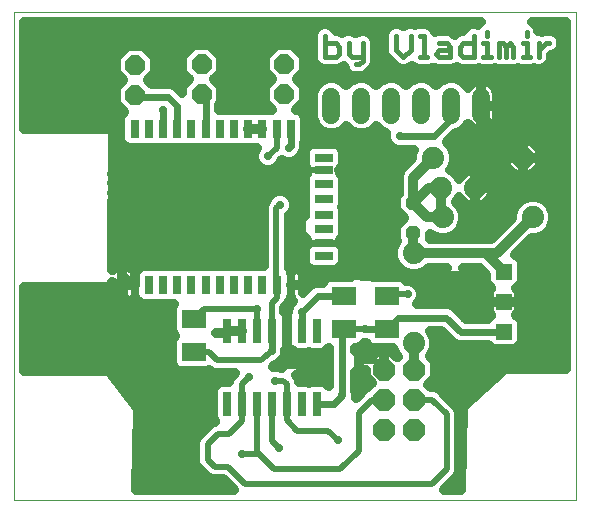
<source format=gtl>
G75*
%MOIN*%
%OFA0B0*%
%FSLAX25Y25*%
%IPPOS*%
%LPD*%
%AMOC8*
5,1,8,0,0,1.08239X$1,22.5*
%
%ADD10C,0.00000*%
%ADD11C,0.01500*%
%ADD12C,0.07400*%
%ADD13OC8,0.07400*%
%ADD14R,0.02600X0.08000*%
%ADD15OC8,0.06600*%
%ADD16C,0.06000*%
%ADD17OC8,0.04800*%
%ADD18R,0.07874X0.06299*%
%ADD19R,0.03150X0.06299*%
%ADD20R,0.06299X0.03150*%
%ADD21R,0.05315X0.05315*%
%ADD22C,0.02400*%
%ADD23C,0.02756*%
%ADD24C,0.03200*%
%ADD25C,0.02000*%
D10*
X0002862Y0003087D02*
X0002784Y0165548D01*
X0190038Y0165548D01*
X0190117Y0003087D01*
X0002862Y0003087D01*
D11*
X0116726Y0148199D02*
X0117911Y0148199D01*
X0119095Y0149384D01*
X0119095Y0155305D01*
X0114358Y0155305D02*
X0114358Y0151752D01*
X0115542Y0150568D01*
X0119095Y0150568D01*
X0111176Y0151752D02*
X0109992Y0150568D01*
X0106439Y0150568D01*
X0106439Y0157674D01*
X0106439Y0155305D02*
X0109992Y0155305D01*
X0111176Y0154121D01*
X0111176Y0151752D01*
X0130195Y0152937D02*
X0132564Y0150568D01*
X0134933Y0152937D01*
X0134933Y0157674D01*
X0138114Y0157674D02*
X0139298Y0157674D01*
X0139298Y0150568D01*
X0138114Y0150568D02*
X0140483Y0150568D01*
X0143393Y0151752D02*
X0144577Y0152937D01*
X0148130Y0152937D01*
X0148130Y0154121D02*
X0148130Y0150568D01*
X0144577Y0150568D01*
X0143393Y0151752D01*
X0144577Y0155305D02*
X0146946Y0155305D01*
X0148130Y0154121D01*
X0151312Y0154121D02*
X0151312Y0151752D01*
X0152496Y0150568D01*
X0156049Y0150568D01*
X0156049Y0157674D01*
X0156049Y0155305D02*
X0152496Y0155305D01*
X0151312Y0154121D01*
X0159231Y0155305D02*
X0160415Y0155305D01*
X0160415Y0150568D01*
X0159231Y0150568D02*
X0161599Y0150568D01*
X0164510Y0150568D02*
X0164510Y0155305D01*
X0165694Y0155305D01*
X0166878Y0154121D01*
X0168063Y0155305D01*
X0169247Y0154121D01*
X0169247Y0150568D01*
X0166878Y0150568D02*
X0166878Y0154121D01*
X0172429Y0155305D02*
X0173613Y0155305D01*
X0173613Y0150568D01*
X0172429Y0150568D02*
X0174797Y0150568D01*
X0177708Y0150568D02*
X0177708Y0155305D01*
X0177708Y0152937D02*
X0180076Y0155305D01*
X0181261Y0155305D01*
X0173613Y0157674D02*
X0173613Y0158858D01*
X0160415Y0158858D02*
X0160415Y0157674D01*
X0130195Y0157674D02*
X0130195Y0152937D01*
D12*
X0142447Y0117077D03*
X0144974Y0107011D03*
X0145694Y0097270D03*
X0156374Y0107011D03*
X0172447Y0117077D03*
X0175694Y0097270D03*
X0136027Y0085225D03*
X0136027Y0055225D03*
D13*
X0136160Y0046391D03*
X0126160Y0046391D03*
X0126160Y0036391D03*
X0126160Y0026391D03*
X0136160Y0026391D03*
X0136160Y0036391D03*
D14*
X0103724Y0035179D03*
X0098724Y0035179D03*
X0093724Y0035179D03*
X0088724Y0035179D03*
X0083724Y0035179D03*
X0078724Y0035179D03*
X0073724Y0035179D03*
X0073724Y0059379D03*
X0078724Y0059379D03*
X0083724Y0059379D03*
X0088724Y0059379D03*
X0093724Y0059379D03*
X0098724Y0059379D03*
X0103724Y0059379D03*
D15*
X0092860Y0138249D03*
X0092860Y0148249D03*
X0065373Y0148201D03*
X0065373Y0138201D03*
X0043164Y0137965D03*
X0043164Y0147965D03*
D16*
X0108530Y0137442D02*
X0108530Y0131442D01*
X0118530Y0131442D02*
X0118530Y0137442D01*
X0128530Y0137442D02*
X0128530Y0131442D01*
X0138530Y0131442D02*
X0138530Y0137442D01*
X0148530Y0137442D02*
X0148530Y0131442D01*
X0158530Y0131442D02*
X0158530Y0137442D01*
D17*
X0135832Y0101902D03*
X0135832Y0091902D03*
D18*
X0126990Y0071057D03*
X0126990Y0060034D03*
X0112638Y0060063D03*
X0112638Y0071087D03*
X0062663Y0063338D03*
X0062663Y0052315D03*
D19*
X0061926Y0074754D03*
X0066650Y0074754D03*
X0071374Y0074754D03*
X0076099Y0074754D03*
X0080823Y0074754D03*
X0085548Y0074754D03*
X0090272Y0074754D03*
X0094996Y0074754D03*
X0057201Y0074754D03*
X0052477Y0074754D03*
X0047752Y0074754D03*
X0043028Y0074754D03*
X0043028Y0126723D03*
X0047752Y0126723D03*
X0052477Y0126723D03*
X0057201Y0126723D03*
X0061926Y0126723D03*
X0066650Y0126723D03*
X0071374Y0126723D03*
X0076099Y0126723D03*
X0080823Y0126723D03*
X0085548Y0126723D03*
X0090272Y0126723D03*
X0094996Y0126723D03*
D20*
X0106020Y0116968D03*
X0106020Y0112943D03*
X0106020Y0108219D03*
X0106020Y0103494D03*
X0106020Y0097983D03*
X0106020Y0093258D03*
X0106020Y0088534D03*
X0106020Y0084509D03*
D21*
X0166076Y0079091D03*
X0166076Y0069091D03*
X0166076Y0059091D03*
D22*
X0151608Y0059091D01*
X0146860Y0063839D01*
X0130795Y0063839D01*
X0126990Y0060034D01*
X0119836Y0060034D01*
X0112668Y0060034D02*
X0112638Y0060063D01*
X0112099Y0060096D02*
X0112099Y0037884D01*
X0109394Y0035179D01*
X0103724Y0035179D01*
X0088656Y0052614D02*
X0088693Y0059348D01*
X0088724Y0059379D01*
X0093724Y0059379D02*
X0093724Y0067402D01*
X0095023Y0068701D01*
X0095023Y0074727D01*
X0094996Y0074754D01*
X0094996Y0082029D01*
X0101752Y0088784D01*
X0105770Y0088784D01*
X0105800Y0088782D01*
X0105830Y0088777D01*
X0105859Y0088768D01*
X0105886Y0088755D01*
X0105912Y0088740D01*
X0105936Y0088721D01*
X0105957Y0088700D01*
X0105976Y0088676D01*
X0105991Y0088650D01*
X0106004Y0088623D01*
X0106013Y0088594D01*
X0106018Y0088564D01*
X0106020Y0088534D01*
X0113991Y0088534D01*
X0118705Y0083820D01*
X0118720Y0078151D01*
X0112638Y0071087D02*
X0104172Y0071109D01*
X0098740Y0065677D01*
X0098740Y0059395D01*
X0098724Y0059379D01*
X0083779Y0059434D02*
X0083724Y0059379D01*
X0083724Y0035179D02*
X0083656Y0035111D01*
X0094393Y0120261D02*
X0094996Y0120864D01*
X0094996Y0126723D01*
X0090309Y0126723D02*
X0090272Y0126723D01*
X0066650Y0126723D02*
X0066650Y0135055D01*
X0066650Y0136924D01*
X0065373Y0138201D01*
X0057201Y0134263D02*
X0054247Y0137217D01*
X0047552Y0137217D01*
X0043912Y0137217D01*
X0043164Y0137965D01*
X0045717Y0137217D02*
X0047552Y0137217D01*
X0052477Y0131950D02*
X0052477Y0126723D01*
X0057201Y0126723D02*
X0057201Y0134263D01*
X0131288Y0124210D02*
X0142770Y0124210D01*
X0148530Y0129970D01*
X0148530Y0134442D01*
D23*
X0131288Y0124210D03*
X0098337Y0094215D03*
X0091423Y0101433D03*
X0087455Y0117551D03*
X0094393Y0120261D03*
X0074390Y0115493D03*
X0052379Y0132987D03*
X0022243Y0148323D03*
X0068401Y0089476D03*
X0083779Y0066814D03*
X0070220Y0058821D03*
X0080971Y0043994D03*
X0089693Y0042815D03*
X0095702Y0048246D03*
X0088656Y0052614D03*
X0098740Y0065677D03*
X0118720Y0078151D03*
X0133999Y0071578D03*
X0119836Y0060034D03*
X0117835Y0049248D03*
X0112099Y0037884D03*
X0110699Y0023003D03*
X0091035Y0020248D03*
X0078754Y0018368D03*
X0063214Y0035312D03*
X0038784Y0077635D03*
X0149896Y0077798D03*
X0151126Y0039881D03*
D24*
X0151126Y0039881D01*
X0151126Y0043646D01*
X0151497Y0043646D01*
X0152224Y0043501D01*
X0152909Y0043218D01*
X0153526Y0042805D01*
X0154051Y0042281D01*
X0154463Y0041664D01*
X0154746Y0040979D01*
X0154891Y0040252D01*
X0154891Y0039881D01*
X0151126Y0039881D01*
X0151126Y0039881D01*
X0151126Y0043646D01*
X0150755Y0043646D01*
X0150028Y0043501D01*
X0149342Y0043218D01*
X0148726Y0042805D01*
X0148201Y0042281D01*
X0147789Y0041664D01*
X0147505Y0040979D01*
X0147360Y0040252D01*
X0147360Y0039881D01*
X0151126Y0039881D01*
X0154891Y0039881D01*
X0154891Y0039510D01*
X0154746Y0038782D01*
X0154463Y0038097D01*
X0154051Y0037480D01*
X0153526Y0036956D01*
X0152909Y0036544D01*
X0152224Y0036260D01*
X0151497Y0036115D01*
X0151126Y0036115D01*
X0151126Y0039881D01*
X0151126Y0039881D01*
X0151126Y0039881D01*
X0147360Y0039881D01*
X0147360Y0039510D01*
X0147505Y0038782D01*
X0147789Y0038097D01*
X0148201Y0037480D01*
X0148726Y0036956D01*
X0149342Y0036544D01*
X0150028Y0036260D01*
X0150755Y0036115D01*
X0151126Y0036115D01*
X0151126Y0039881D01*
X0151126Y0041412D02*
X0151126Y0041412D01*
X0151126Y0038214D02*
X0151126Y0038214D01*
X0154511Y0038214D02*
X0157048Y0038214D01*
X0154567Y0041412D02*
X0160569Y0041412D01*
X0164090Y0044611D02*
X0143060Y0044611D01*
X0143060Y0043533D02*
X0143060Y0049249D01*
X0141434Y0050875D01*
X0141876Y0051317D01*
X0142927Y0053853D01*
X0142927Y0056598D01*
X0141876Y0059134D01*
X0141571Y0059439D01*
X0145038Y0059439D01*
X0147878Y0056599D01*
X0149115Y0055361D01*
X0150733Y0054691D01*
X0160676Y0054691D01*
X0160705Y0054621D01*
X0161606Y0053721D01*
X0162782Y0053234D01*
X0169370Y0053234D01*
X0170546Y0053721D01*
X0171446Y0054621D01*
X0171933Y0055797D01*
X0171933Y0062385D01*
X0171446Y0063562D01*
X0170546Y0064462D01*
X0170257Y0064581D01*
X0170588Y0064912D01*
X0170849Y0065303D01*
X0171029Y0065738D01*
X0171121Y0066199D01*
X0171121Y0069091D01*
X0166076Y0069091D01*
X0166076Y0069092D01*
X0171121Y0069092D01*
X0171121Y0071984D01*
X0171029Y0072445D01*
X0170849Y0072880D01*
X0170588Y0073271D01*
X0170257Y0073601D01*
X0170546Y0073721D01*
X0171446Y0074621D01*
X0171933Y0075797D01*
X0171933Y0082385D01*
X0171446Y0083562D01*
X0170546Y0084462D01*
X0169929Y0084717D01*
X0175582Y0090370D01*
X0177066Y0090370D01*
X0179602Y0091420D01*
X0181543Y0093361D01*
X0182594Y0095897D01*
X0182594Y0098642D01*
X0181543Y0101178D01*
X0179602Y0103119D01*
X0177066Y0104170D01*
X0174321Y0104170D01*
X0171785Y0103119D01*
X0169844Y0101178D01*
X0168794Y0098642D01*
X0168794Y0097158D01*
X0161661Y0090025D01*
X0141432Y0090025D01*
X0141432Y0091773D01*
X0141785Y0091420D01*
X0144321Y0090370D01*
X0147066Y0090370D01*
X0149602Y0091420D01*
X0151543Y0093361D01*
X0152594Y0095897D01*
X0152594Y0098642D01*
X0151543Y0101178D01*
X0150222Y0102500D01*
X0150824Y0103102D01*
X0151142Y0103871D01*
X0151168Y0103820D01*
X0151731Y0103045D01*
X0152409Y0102367D01*
X0153184Y0101804D01*
X0154038Y0101369D01*
X0154949Y0101073D01*
X0155895Y0100923D01*
X0156374Y0100923D01*
X0156374Y0107010D01*
X0156374Y0107010D01*
X0156374Y0100923D01*
X0156853Y0100923D01*
X0157800Y0101073D01*
X0158711Y0101369D01*
X0159565Y0101804D01*
X0160340Y0102367D01*
X0161018Y0103045D01*
X0161581Y0103820D01*
X0162016Y0104674D01*
X0162312Y0105585D01*
X0162462Y0106531D01*
X0162462Y0107011D01*
X0162462Y0107490D01*
X0162312Y0108436D01*
X0162016Y0109347D01*
X0161581Y0110201D01*
X0161018Y0110976D01*
X0160340Y0111654D01*
X0159565Y0112217D01*
X0158711Y0112652D01*
X0157800Y0112948D01*
X0156853Y0113098D01*
X0156374Y0113098D01*
X0155895Y0113098D01*
X0154949Y0112948D01*
X0154038Y0112652D01*
X0153184Y0112217D01*
X0152409Y0111654D01*
X0151731Y0110976D01*
X0151168Y0110201D01*
X0151142Y0110151D01*
X0150824Y0110919D01*
X0148883Y0112860D01*
X0148250Y0113122D01*
X0148296Y0113168D01*
X0149347Y0115704D01*
X0149347Y0118449D01*
X0148296Y0120985D01*
X0147032Y0122250D01*
X0150210Y0125428D01*
X0152042Y0126186D01*
X0153786Y0127930D01*
X0154017Y0128488D01*
X0154420Y0127933D01*
X0155020Y0127333D01*
X0155706Y0126835D01*
X0156462Y0126450D01*
X0157268Y0126188D01*
X0158106Y0126055D01*
X0158530Y0126055D01*
X0158954Y0126055D01*
X0159791Y0126188D01*
X0160598Y0126450D01*
X0161353Y0126835D01*
X0162039Y0127333D01*
X0162639Y0127933D01*
X0163137Y0128619D01*
X0163522Y0129374D01*
X0163784Y0130181D01*
X0163917Y0131018D01*
X0163917Y0134442D01*
X0158530Y0134442D01*
X0158530Y0126055D01*
X0158530Y0134442D01*
X0158530Y0134442D01*
X0158530Y0134442D01*
X0163917Y0134442D01*
X0163917Y0137866D01*
X0163784Y0138704D01*
X0163522Y0139510D01*
X0163137Y0140266D01*
X0162639Y0140952D01*
X0162039Y0141552D01*
X0161353Y0142050D01*
X0160598Y0142435D01*
X0159791Y0142697D01*
X0158954Y0142830D01*
X0158530Y0142830D01*
X0158530Y0134443D01*
X0158530Y0134443D01*
X0158530Y0142830D01*
X0158106Y0142830D01*
X0157268Y0142697D01*
X0156462Y0142435D01*
X0155706Y0142050D01*
X0155020Y0141552D01*
X0154420Y0140952D01*
X0154017Y0140397D01*
X0153786Y0140954D01*
X0152042Y0142699D01*
X0149763Y0143642D01*
X0147296Y0143642D01*
X0145018Y0142699D01*
X0143530Y0141211D01*
X0142042Y0142699D01*
X0139763Y0143642D01*
X0137296Y0143642D01*
X0135018Y0142699D01*
X0133530Y0141211D01*
X0132042Y0142699D01*
X0129763Y0143642D01*
X0127296Y0143642D01*
X0125018Y0142699D01*
X0123530Y0141211D01*
X0122042Y0142699D01*
X0119763Y0143642D01*
X0117296Y0143642D01*
X0115018Y0142699D01*
X0113530Y0141211D01*
X0112042Y0142699D01*
X0109763Y0143642D01*
X0107296Y0143642D01*
X0105018Y0142699D01*
X0103274Y0140954D01*
X0102330Y0138676D01*
X0102330Y0130209D01*
X0103274Y0127930D01*
X0105018Y0126186D01*
X0107296Y0125242D01*
X0109763Y0125242D01*
X0112042Y0126186D01*
X0113530Y0127674D01*
X0115018Y0126186D01*
X0117296Y0125242D01*
X0119763Y0125242D01*
X0122042Y0126186D01*
X0123530Y0127674D01*
X0125018Y0126186D01*
X0126838Y0125432D01*
X0126710Y0125121D01*
X0126710Y0123300D01*
X0127407Y0121617D01*
X0128694Y0120329D01*
X0130377Y0119632D01*
X0132198Y0119632D01*
X0132628Y0119810D01*
X0136111Y0119810D01*
X0135547Y0118449D01*
X0135547Y0116965D01*
X0131763Y0113181D01*
X0131032Y0111417D01*
X0131032Y0105021D01*
X0130232Y0104221D01*
X0130232Y0099582D01*
X0132913Y0096902D01*
X0130232Y0094221D01*
X0130232Y0089582D01*
X0130429Y0089386D01*
X0130177Y0089134D01*
X0129127Y0086598D01*
X0129127Y0083853D01*
X0130177Y0081317D01*
X0132118Y0079376D01*
X0134654Y0078325D01*
X0137399Y0078325D01*
X0139935Y0079376D01*
X0140985Y0080425D01*
X0147198Y0080425D01*
X0146971Y0080198D01*
X0146559Y0079582D01*
X0146276Y0078896D01*
X0146131Y0078169D01*
X0146131Y0077798D01*
X0146131Y0077427D01*
X0146276Y0076700D01*
X0146559Y0076015D01*
X0146971Y0075398D01*
X0147496Y0074873D01*
X0148113Y0074461D01*
X0148798Y0074177D01*
X0149525Y0074033D01*
X0149896Y0074033D01*
X0149896Y0077798D01*
X0146131Y0077798D01*
X0149896Y0077798D01*
X0149896Y0077798D01*
X0149896Y0077798D01*
X0119073Y0077798D01*
X0119073Y0077799D02*
X0119036Y0077801D01*
X0119000Y0077807D01*
X0118964Y0077816D01*
X0118930Y0077829D01*
X0118897Y0077846D01*
X0118866Y0077866D01*
X0118837Y0077889D01*
X0118811Y0077915D01*
X0118788Y0077944D01*
X0118768Y0077975D01*
X0118751Y0078008D01*
X0118738Y0078042D01*
X0118729Y0078078D01*
X0118723Y0078114D01*
X0118721Y0078151D01*
X0118720Y0078151D02*
X0122485Y0078151D01*
X0122485Y0078521D01*
X0122341Y0079249D01*
X0122057Y0079934D01*
X0121645Y0080551D01*
X0121120Y0081075D01*
X0120504Y0081487D01*
X0119818Y0081771D01*
X0119091Y0081916D01*
X0118720Y0081916D01*
X0118349Y0081916D01*
X0117622Y0081771D01*
X0116936Y0081487D01*
X0116320Y0081075D01*
X0115795Y0080551D01*
X0115383Y0079934D01*
X0115099Y0079249D01*
X0114955Y0078521D01*
X0114955Y0078151D01*
X0118720Y0078151D01*
X0118720Y0081916D01*
X0118720Y0078151D01*
X0118720Y0078151D01*
X0118720Y0078150D01*
X0114955Y0078150D01*
X0114955Y0077780D01*
X0115023Y0077437D01*
X0108065Y0077437D01*
X0106888Y0076949D01*
X0105988Y0076049D01*
X0105763Y0075505D01*
X0105053Y0075507D01*
X0105047Y0075509D01*
X0104179Y0075509D01*
X0103308Y0075511D01*
X0103303Y0075509D01*
X0103297Y0075509D01*
X0102495Y0075177D01*
X0101689Y0074846D01*
X0101685Y0074841D01*
X0101680Y0074839D01*
X0101064Y0074224D01*
X0100448Y0073611D01*
X0100446Y0073606D01*
X0098959Y0072118D01*
X0098959Y0074754D01*
X0095047Y0074754D01*
X0095047Y0074754D01*
X0098959Y0074754D01*
X0098959Y0078139D01*
X0098867Y0078600D01*
X0098687Y0079035D01*
X0098426Y0079426D01*
X0098093Y0079758D01*
X0097702Y0080020D01*
X0097268Y0080200D01*
X0096806Y0080291D01*
X0094997Y0080291D01*
X0094997Y0078662D01*
X0094996Y0078662D01*
X0094996Y0080291D01*
X0094422Y0080291D01*
X0094422Y0097958D01*
X0095304Y0098840D01*
X0096001Y0100522D01*
X0096001Y0102343D01*
X0095304Y0104026D01*
X0094017Y0105314D01*
X0092334Y0106011D01*
X0090513Y0106011D01*
X0088830Y0105314D01*
X0087542Y0104026D01*
X0087165Y0103114D01*
X0086662Y0102611D01*
X0086022Y0101067D01*
X0086022Y0081104D01*
X0083336Y0081104D01*
X0083185Y0081041D01*
X0083035Y0081104D01*
X0078612Y0081104D01*
X0078461Y0081041D01*
X0078310Y0081104D01*
X0073888Y0081104D01*
X0073737Y0081041D01*
X0073586Y0081104D01*
X0069163Y0081104D01*
X0069012Y0081041D01*
X0068861Y0081104D01*
X0064439Y0081104D01*
X0064288Y0081041D01*
X0064137Y0081104D01*
X0059714Y0081104D01*
X0059563Y0081041D01*
X0059413Y0081104D01*
X0054990Y0081104D01*
X0054839Y0081041D01*
X0054688Y0081104D01*
X0050265Y0081104D01*
X0050115Y0081041D01*
X0049964Y0081104D01*
X0045541Y0081104D01*
X0044365Y0080617D01*
X0044040Y0080291D01*
X0043028Y0080291D01*
X0043028Y0078662D01*
X0043028Y0080291D01*
X0041453Y0080291D01*
X0041184Y0080560D01*
X0040568Y0080972D01*
X0039883Y0081256D01*
X0039155Y0081401D01*
X0038784Y0081401D01*
X0038413Y0081401D01*
X0037686Y0081256D01*
X0037001Y0080972D01*
X0036384Y0080560D01*
X0035859Y0080035D01*
X0035525Y0079534D01*
X0035628Y0126799D01*
X0006002Y0126839D01*
X0005985Y0162348D01*
X0158518Y0162348D01*
X0158177Y0162207D01*
X0157372Y0161402D01*
X0156835Y0161624D01*
X0155264Y0161624D01*
X0153812Y0161023D01*
X0152701Y0159912D01*
X0152429Y0159255D01*
X0151710Y0159255D01*
X0151126Y0159013D01*
X0150259Y0158654D01*
X0149721Y0158116D01*
X0149184Y0158654D01*
X0147732Y0159255D01*
X0143792Y0159255D01*
X0143047Y0158947D01*
X0142647Y0159912D01*
X0141536Y0161023D01*
X0140084Y0161624D01*
X0137328Y0161624D01*
X0136523Y0161291D01*
X0135718Y0161624D01*
X0134147Y0161624D01*
X0132695Y0161023D01*
X0132564Y0160891D01*
X0132433Y0161023D01*
X0130981Y0161624D01*
X0129409Y0161624D01*
X0127958Y0161023D01*
X0126847Y0159912D01*
X0126245Y0158460D01*
X0126245Y0152151D01*
X0126847Y0150699D01*
X0129215Y0148330D01*
X0130326Y0147219D01*
X0131778Y0146618D01*
X0133350Y0146618D01*
X0134801Y0147219D01*
X0135339Y0147757D01*
X0135876Y0147219D01*
X0137328Y0146618D01*
X0141268Y0146618D01*
X0142530Y0147141D01*
X0143792Y0146618D01*
X0148916Y0146618D01*
X0150313Y0147197D01*
X0151710Y0146618D01*
X0156835Y0146618D01*
X0157640Y0146951D01*
X0158445Y0146618D01*
X0162385Y0146618D01*
X0163055Y0146895D01*
X0163724Y0146618D01*
X0165296Y0146618D01*
X0165694Y0146783D01*
X0166093Y0146618D01*
X0167664Y0146618D01*
X0168063Y0146783D01*
X0168461Y0146618D01*
X0170033Y0146618D01*
X0170838Y0146951D01*
X0171643Y0146618D01*
X0175583Y0146618D01*
X0176252Y0146895D01*
X0176922Y0146618D01*
X0178493Y0146618D01*
X0179945Y0147219D01*
X0181056Y0148330D01*
X0181658Y0149782D01*
X0181658Y0151301D01*
X0181713Y0151355D01*
X0182046Y0151355D01*
X0183498Y0151957D01*
X0184609Y0153068D01*
X0185211Y0154520D01*
X0185211Y0156091D01*
X0184609Y0157543D01*
X0183498Y0158654D01*
X0182046Y0159255D01*
X0179291Y0159255D01*
X0178892Y0159090D01*
X0178493Y0159255D01*
X0177563Y0159255D01*
X0177563Y0159644D01*
X0176962Y0161096D01*
X0175850Y0162207D01*
X0175510Y0162348D01*
X0186840Y0162348D01*
X0186896Y0046638D01*
X0166322Y0046638D01*
X0152302Y0033901D01*
X0151819Y0006287D01*
X0146044Y0006287D01*
X0149395Y0009639D01*
X0150576Y0010820D01*
X0151216Y0012364D01*
X0151216Y0032435D01*
X0150576Y0033979D01*
X0145785Y0038770D01*
X0144604Y0039952D01*
X0143060Y0040591D01*
X0141718Y0040591D01*
X0140918Y0041391D01*
X0143060Y0043533D01*
X0140939Y0041412D02*
X0147685Y0041412D01*
X0147741Y0038214D02*
X0146342Y0038214D01*
X0149540Y0035015D02*
X0153528Y0035015D01*
X0152265Y0031817D02*
X0151216Y0031817D01*
X0151216Y0028618D02*
X0152209Y0028618D01*
X0152153Y0025420D02*
X0151216Y0025420D01*
X0151216Y0022221D02*
X0152097Y0022221D01*
X0152041Y0019023D02*
X0151216Y0019023D01*
X0151216Y0015824D02*
X0151986Y0015824D01*
X0151930Y0012626D02*
X0151216Y0012626D01*
X0151874Y0009427D02*
X0149183Y0009427D01*
X0117827Y0038214D02*
X0116677Y0038214D01*
X0116677Y0038795D02*
X0116677Y0037063D01*
X0118384Y0038770D01*
X0119565Y0039952D01*
X0120244Y0040233D01*
X0121977Y0041966D01*
X0120073Y0043870D01*
X0120073Y0046215D01*
X0119619Y0045911D01*
X0118934Y0045628D01*
X0118206Y0045483D01*
X0117835Y0045483D01*
X0117835Y0049248D01*
X0117835Y0049248D01*
X0117835Y0045483D01*
X0117465Y0045483D01*
X0116737Y0045628D01*
X0116499Y0045726D01*
X0116499Y0039224D01*
X0116677Y0038795D01*
X0116499Y0041412D02*
X0121423Y0041412D01*
X0120073Y0044611D02*
X0116499Y0044611D01*
X0117835Y0047809D02*
X0117835Y0047809D01*
X0117835Y0049248D02*
X0117835Y0053014D01*
X0117465Y0053014D01*
X0116737Y0052869D01*
X0116499Y0052770D01*
X0116499Y0053714D01*
X0117212Y0053714D01*
X0118388Y0054201D01*
X0119288Y0055101D01*
X0119435Y0055456D01*
X0120181Y0055456D01*
X0120340Y0055071D01*
X0121240Y0054171D01*
X0122416Y0053684D01*
X0129196Y0053684D01*
X0130177Y0051317D01*
X0130752Y0050741D01*
X0130586Y0050575D01*
X0128682Y0052479D01*
X0126160Y0052479D01*
X0123639Y0052479D01*
X0121464Y0050304D01*
X0121456Y0050347D01*
X0121172Y0051032D01*
X0120760Y0051648D01*
X0120236Y0052173D01*
X0119619Y0052585D01*
X0118934Y0052869D01*
X0118206Y0053014D01*
X0117835Y0053014D01*
X0117835Y0049248D01*
X0117835Y0049248D01*
X0117835Y0051008D02*
X0117835Y0051008D01*
X0118393Y0054206D02*
X0121205Y0054206D01*
X0121182Y0051008D02*
X0122168Y0051008D01*
X0126160Y0051008D02*
X0126160Y0051008D01*
X0126160Y0052479D02*
X0126160Y0046391D01*
X0126160Y0046391D01*
X0126160Y0052479D01*
X0130153Y0051008D02*
X0130486Y0051008D01*
X0126160Y0047809D02*
X0126160Y0047809D01*
X0136160Y0046391D02*
X0136160Y0055091D01*
X0136027Y0055225D01*
X0141567Y0051008D02*
X0186894Y0051008D01*
X0186892Y0054206D02*
X0171031Y0054206D01*
X0171933Y0057405D02*
X0186891Y0057405D01*
X0186889Y0060603D02*
X0171933Y0060603D01*
X0171206Y0063802D02*
X0186888Y0063802D01*
X0186886Y0067000D02*
X0171121Y0067000D01*
X0171121Y0070199D02*
X0186885Y0070199D01*
X0186883Y0073397D02*
X0170461Y0073397D01*
X0171933Y0076596D02*
X0186882Y0076596D01*
X0186880Y0079794D02*
X0171933Y0079794D01*
X0171682Y0082993D02*
X0186878Y0082993D01*
X0186877Y0086191D02*
X0171403Y0086191D01*
X0174602Y0089390D02*
X0186875Y0089390D01*
X0186874Y0092588D02*
X0180770Y0092588D01*
X0182548Y0095787D02*
X0186872Y0095787D01*
X0186871Y0098985D02*
X0182452Y0098985D01*
X0180538Y0102184D02*
X0186869Y0102184D01*
X0186868Y0105382D02*
X0162246Y0105382D01*
X0162462Y0107011D02*
X0156375Y0107011D01*
X0162462Y0107011D01*
X0162265Y0108581D02*
X0186866Y0108581D01*
X0186864Y0111779D02*
X0175458Y0111779D01*
X0175637Y0111870D02*
X0176412Y0112434D01*
X0177090Y0113111D01*
X0177653Y0113886D01*
X0178088Y0114740D01*
X0178384Y0115651D01*
X0178534Y0116598D01*
X0178534Y0117077D01*
X0178534Y0117556D01*
X0178384Y0118502D01*
X0178088Y0119414D01*
X0177653Y0120267D01*
X0177090Y0121043D01*
X0176412Y0121720D01*
X0175637Y0122283D01*
X0174784Y0122718D01*
X0173872Y0123014D01*
X0172926Y0123164D01*
X0172447Y0123164D01*
X0172447Y0117077D01*
X0178534Y0117077D01*
X0172447Y0117077D01*
X0172447Y0117077D01*
X0172447Y0117077D01*
X0166441Y0117077D01*
X0156374Y0107011D01*
X0156374Y0113098D01*
X0156374Y0107011D01*
X0156374Y0107011D01*
X0156375Y0107011D02*
X0156375Y0107011D01*
X0156374Y0108581D02*
X0156374Y0108581D01*
X0156374Y0105382D02*
X0156374Y0105382D01*
X0156374Y0102184D02*
X0156374Y0102184D01*
X0152661Y0102184D02*
X0150538Y0102184D01*
X0152452Y0098985D02*
X0168936Y0098985D01*
X0167422Y0095787D02*
X0152548Y0095787D01*
X0150770Y0092588D02*
X0164224Y0092588D01*
X0163649Y0085225D02*
X0159942Y0085225D01*
X0166076Y0079091D01*
X0160218Y0078161D02*
X0160218Y0075797D01*
X0160705Y0074621D01*
X0161606Y0073721D01*
X0161895Y0073601D01*
X0161564Y0073271D01*
X0161303Y0072880D01*
X0161123Y0072445D01*
X0161031Y0071984D01*
X0161031Y0069092D01*
X0166076Y0069092D01*
X0166076Y0069091D02*
X0158603Y0069091D01*
X0149896Y0077798D01*
X0149896Y0074033D01*
X0150267Y0074033D01*
X0150995Y0074177D01*
X0151680Y0074461D01*
X0152297Y0074873D01*
X0152821Y0075398D01*
X0153233Y0076015D01*
X0153517Y0076700D01*
X0153662Y0077427D01*
X0153662Y0077798D01*
X0149896Y0077798D01*
X0149896Y0077798D01*
X0153662Y0077798D01*
X0153662Y0078169D01*
X0153517Y0078896D01*
X0153233Y0079582D01*
X0152821Y0080198D01*
X0152594Y0080425D01*
X0157954Y0080425D01*
X0160218Y0078161D01*
X0160218Y0076596D02*
X0153474Y0076596D01*
X0153091Y0079794D02*
X0158585Y0079794D01*
X0159942Y0085225D02*
X0136027Y0085225D01*
X0135832Y0085420D01*
X0135832Y0091902D01*
X0131798Y0095787D02*
X0112370Y0095787D01*
X0112370Y0095771D02*
X0112370Y0100194D01*
X0112144Y0100739D01*
X0112370Y0101283D01*
X0112370Y0105706D01*
X0112307Y0105857D01*
X0112370Y0106008D01*
X0112370Y0110430D01*
X0111883Y0111606D01*
X0111557Y0111932D01*
X0111557Y0112943D01*
X0111246Y0112943D01*
X0111557Y0112943D01*
X0111557Y0113255D01*
X0111883Y0113580D01*
X0112370Y0114756D01*
X0112370Y0119179D01*
X0111883Y0120355D01*
X0110982Y0121255D01*
X0109806Y0121742D01*
X0102234Y0121742D01*
X0101058Y0121255D01*
X0100158Y0120355D01*
X0099671Y0119179D01*
X0099671Y0114756D01*
X0100158Y0113580D01*
X0100483Y0113255D01*
X0100483Y0112943D01*
X0100483Y0111932D01*
X0100158Y0111606D01*
X0099671Y0110430D01*
X0099671Y0106008D01*
X0099733Y0105857D01*
X0099671Y0105706D01*
X0099671Y0101283D01*
X0099896Y0100739D01*
X0099671Y0100194D01*
X0099671Y0097738D01*
X0099435Y0097835D01*
X0098708Y0097980D01*
X0098337Y0097980D01*
X0097966Y0097980D01*
X0097239Y0097835D01*
X0096554Y0097551D01*
X0095937Y0097139D01*
X0095412Y0096615D01*
X0095000Y0095998D01*
X0094716Y0095313D01*
X0094572Y0094585D01*
X0094572Y0094215D01*
X0098337Y0094215D01*
X0098337Y0097980D01*
X0098337Y0094215D01*
X0098337Y0094215D01*
X0098337Y0094215D01*
X0094572Y0094215D01*
X0094572Y0093844D01*
X0094716Y0093116D01*
X0095000Y0092431D01*
X0095412Y0091814D01*
X0095937Y0091290D01*
X0096554Y0090878D01*
X0097239Y0090594D01*
X0097966Y0090449D01*
X0098337Y0090449D01*
X0098337Y0094214D01*
X0098337Y0094214D01*
X0098337Y0090449D01*
X0098708Y0090449D01*
X0099435Y0090594D01*
X0099796Y0090743D01*
X0100158Y0089871D01*
X0100483Y0089545D01*
X0100483Y0088534D01*
X0100795Y0088534D01*
X0100795Y0088534D01*
X0100483Y0088534D01*
X0100483Y0088222D01*
X0100158Y0087897D01*
X0099671Y0086721D01*
X0099671Y0082298D01*
X0100158Y0081122D01*
X0101058Y0080222D01*
X0102234Y0079735D01*
X0109806Y0079735D01*
X0110982Y0080222D01*
X0111883Y0081122D01*
X0112370Y0082298D01*
X0112370Y0086721D01*
X0111883Y0087897D01*
X0111557Y0088222D01*
X0111557Y0088534D01*
X0111557Y0089545D01*
X0111883Y0089871D01*
X0112370Y0091047D01*
X0112370Y0095470D01*
X0112307Y0095620D01*
X0112370Y0095771D01*
X0112370Y0092588D02*
X0130232Y0092588D01*
X0130425Y0089390D02*
X0111557Y0089390D01*
X0111557Y0088534D02*
X0111246Y0088534D01*
X0111246Y0088534D01*
X0111557Y0088534D01*
X0112370Y0086191D02*
X0129127Y0086191D01*
X0129483Y0082993D02*
X0112370Y0082993D01*
X0109950Y0079794D02*
X0115325Y0079794D01*
X0118720Y0079794D02*
X0118720Y0079794D01*
X0118720Y0078151D02*
X0118720Y0078150D01*
X0122485Y0078150D01*
X0122485Y0077780D01*
X0122411Y0077405D01*
X0122416Y0077407D01*
X0131563Y0077407D01*
X0132739Y0076920D01*
X0133503Y0076156D01*
X0134910Y0076156D01*
X0136592Y0075459D01*
X0137880Y0074171D01*
X0138577Y0072488D01*
X0138577Y0070667D01*
X0137880Y0068985D01*
X0137135Y0068239D01*
X0147735Y0068239D01*
X0149353Y0067569D01*
X0153430Y0063491D01*
X0160676Y0063491D01*
X0160705Y0063562D01*
X0161606Y0064462D01*
X0161895Y0064581D01*
X0161564Y0064912D01*
X0161303Y0065303D01*
X0161123Y0065738D01*
X0161031Y0066199D01*
X0161031Y0069091D01*
X0166076Y0069091D01*
X0166076Y0069092D01*
X0161031Y0070199D02*
X0138383Y0070199D01*
X0138201Y0073397D02*
X0161690Y0073397D01*
X0161031Y0067000D02*
X0149922Y0067000D01*
X0153120Y0063802D02*
X0160946Y0063802D01*
X0161121Y0054206D02*
X0142927Y0054206D01*
X0142592Y0057405D02*
X0147072Y0057405D01*
X0143060Y0047809D02*
X0186895Y0047809D01*
X0149896Y0076596D02*
X0149896Y0076596D01*
X0146319Y0076596D02*
X0133063Y0076596D01*
X0131699Y0079794D02*
X0122115Y0079794D01*
X0106535Y0076596D02*
X0098959Y0076596D01*
X0098959Y0073397D02*
X0100238Y0073397D01*
X0094997Y0070847D02*
X0094997Y0069217D01*
X0095806Y0069217D01*
X0094859Y0068270D01*
X0094162Y0066587D01*
X0094162Y0065766D01*
X0093724Y0065766D01*
X0092924Y0065766D01*
X0092924Y0067083D01*
X0093833Y0067991D01*
X0094341Y0069217D01*
X0094996Y0069217D01*
X0094996Y0070846D01*
X0094997Y0070847D01*
X0094996Y0070199D02*
X0094997Y0070199D01*
X0094333Y0067000D02*
X0092924Y0067000D01*
X0093724Y0065766D02*
X0093724Y0059379D01*
X0093724Y0059379D01*
X0093724Y0065766D01*
X0093724Y0063802D02*
X0093724Y0063802D01*
X0093724Y0060603D02*
X0093724Y0060603D01*
X0093724Y0059379D02*
X0093724Y0052992D01*
X0093724Y0059379D01*
X0093724Y0059379D01*
X0093724Y0057405D02*
X0093724Y0057405D01*
X0093724Y0054206D02*
X0093724Y0054206D01*
X0093724Y0052992D02*
X0095259Y0052992D01*
X0095282Y0052996D01*
X0095612Y0052666D01*
X0096788Y0052179D01*
X0100661Y0052179D01*
X0101224Y0052412D01*
X0101788Y0052179D01*
X0105661Y0052179D01*
X0106837Y0052666D01*
X0107699Y0053528D01*
X0107699Y0041030D01*
X0106837Y0041892D01*
X0105661Y0042379D01*
X0101788Y0042379D01*
X0101224Y0042145D01*
X0100661Y0042379D01*
X0097924Y0042379D01*
X0097924Y0042416D01*
X0097285Y0043960D01*
X0096649Y0044596D01*
X0096800Y0044626D01*
X0097485Y0044910D01*
X0098102Y0045322D01*
X0098626Y0045846D01*
X0099038Y0046463D01*
X0099322Y0047148D01*
X0099467Y0047876D01*
X0099467Y0048246D01*
X0095702Y0048246D01*
X0095702Y0048246D01*
X0099467Y0048246D01*
X0099467Y0048617D01*
X0099322Y0049345D01*
X0099038Y0050030D01*
X0098626Y0050647D01*
X0098102Y0051171D01*
X0097485Y0051583D01*
X0096800Y0051867D01*
X0096072Y0052012D01*
X0095702Y0052012D01*
X0095702Y0048247D01*
X0095702Y0048247D01*
X0095702Y0052012D01*
X0095331Y0052012D01*
X0094603Y0051867D01*
X0093918Y0051583D01*
X0093301Y0051171D01*
X0092809Y0050679D01*
X0093234Y0051703D01*
X0093234Y0052992D01*
X0093724Y0052992D01*
X0093138Y0051008D02*
X0092945Y0051008D01*
X0092237Y0049721D02*
X0092081Y0049345D01*
X0091936Y0048617D01*
X0091936Y0048246D01*
X0091936Y0047876D01*
X0092081Y0047148D01*
X0092157Y0046966D01*
X0091635Y0046966D01*
X0090604Y0047393D01*
X0088949Y0047393D01*
X0089876Y0048164D01*
X0091249Y0048733D01*
X0092237Y0049721D01*
X0091936Y0048246D02*
X0095701Y0048246D01*
X0091936Y0048246D01*
X0091949Y0047809D02*
X0089450Y0047809D01*
X0095701Y0048246D02*
X0095701Y0048246D01*
X0095702Y0051008D02*
X0095702Y0051008D01*
X0098265Y0051008D02*
X0107699Y0051008D01*
X0107699Y0047809D02*
X0099454Y0047809D01*
X0096724Y0044611D02*
X0107699Y0044611D01*
X0107699Y0041412D02*
X0107316Y0041412D01*
X0078724Y0059379D02*
X0073724Y0059379D01*
X0073166Y0058821D01*
X0070220Y0058821D01*
X0073948Y0059379D02*
X0077412Y0059379D01*
X0078724Y0059379D01*
X0078724Y0059379D01*
X0073948Y0059379D01*
X0073948Y0059379D01*
X0067892Y0046237D02*
X0067236Y0045965D01*
X0058089Y0045965D01*
X0056913Y0046452D01*
X0056013Y0047353D01*
X0055526Y0048529D01*
X0055526Y0056101D01*
X0056013Y0057277D01*
X0056563Y0057827D01*
X0056013Y0058376D01*
X0055526Y0059552D01*
X0055526Y0067125D01*
X0056013Y0068301D01*
X0056117Y0068405D01*
X0054990Y0068405D01*
X0054839Y0068467D01*
X0054688Y0068405D01*
X0050265Y0068405D01*
X0050115Y0068467D01*
X0049964Y0068405D01*
X0045541Y0068405D01*
X0044365Y0068892D01*
X0044040Y0069217D01*
X0043028Y0069217D01*
X0043028Y0070846D01*
X0043028Y0070847D01*
X0043028Y0069217D01*
X0041218Y0069217D01*
X0040757Y0069309D01*
X0040322Y0069489D01*
X0039931Y0069750D01*
X0039599Y0070083D01*
X0039338Y0070474D01*
X0039158Y0070908D01*
X0039066Y0071370D01*
X0039066Y0073870D01*
X0038784Y0073870D01*
X0038784Y0077635D01*
X0038784Y0077635D01*
X0038784Y0073870D01*
X0038413Y0073870D01*
X0037686Y0074015D01*
X0037001Y0074298D01*
X0036384Y0074710D01*
X0035859Y0075235D01*
X0035516Y0075748D01*
X0035513Y0074090D01*
X0006028Y0074090D01*
X0006042Y0046132D01*
X0034551Y0045923D01*
X0044106Y0033331D01*
X0043422Y0006287D01*
X0076083Y0006287D01*
X0072430Y0009941D01*
X0068802Y0009941D01*
X0067259Y0010580D01*
X0066077Y0011762D01*
X0063899Y0013939D01*
X0063260Y0015483D01*
X0063260Y0022449D01*
X0063899Y0023993D01*
X0065081Y0025174D01*
X0068451Y0028545D01*
X0069923Y0029154D01*
X0069711Y0029366D01*
X0069224Y0030542D01*
X0069224Y0039815D01*
X0069711Y0040992D01*
X0070612Y0041892D01*
X0071788Y0042379D01*
X0074524Y0042379D01*
X0074524Y0042583D01*
X0075164Y0044127D01*
X0076476Y0045439D01*
X0069594Y0045439D01*
X0068050Y0046079D01*
X0067892Y0046237D01*
X0070132Y0041412D02*
X0037974Y0041412D01*
X0040401Y0038214D02*
X0060790Y0038214D01*
X0060813Y0038237D02*
X0060289Y0037712D01*
X0059877Y0037096D01*
X0059593Y0036410D01*
X0059448Y0035683D01*
X0059448Y0035312D01*
X0059448Y0034941D01*
X0059593Y0034214D01*
X0059877Y0033529D01*
X0060289Y0032912D01*
X0060813Y0032387D01*
X0061430Y0031975D01*
X0062115Y0031691D01*
X0062843Y0031547D01*
X0063214Y0031547D01*
X0063585Y0031547D01*
X0064312Y0031691D01*
X0064997Y0031975D01*
X0065614Y0032387D01*
X0066138Y0032912D01*
X0066550Y0033529D01*
X0066834Y0034214D01*
X0066979Y0034941D01*
X0066979Y0035312D01*
X0063214Y0035312D01*
X0063214Y0035312D01*
X0066979Y0035312D01*
X0066979Y0035683D01*
X0066834Y0036410D01*
X0066550Y0037096D01*
X0066138Y0037712D01*
X0065614Y0038237D01*
X0064997Y0038649D01*
X0064312Y0038933D01*
X0063585Y0039077D01*
X0063214Y0039077D01*
X0063214Y0035312D01*
X0063214Y0031547D01*
X0063214Y0035312D01*
X0063214Y0035312D01*
X0063214Y0035312D01*
X0059448Y0035312D01*
X0063214Y0035312D01*
X0063214Y0035312D01*
X0063214Y0039077D01*
X0062843Y0039077D01*
X0062115Y0038933D01*
X0061430Y0038649D01*
X0060813Y0038237D01*
X0063214Y0038214D02*
X0063214Y0038214D01*
X0065637Y0038214D02*
X0069224Y0038214D01*
X0069224Y0035015D02*
X0066979Y0035015D01*
X0069224Y0031817D02*
X0064614Y0031817D01*
X0063214Y0031817D02*
X0063214Y0031817D01*
X0061813Y0031817D02*
X0044067Y0031817D01*
X0042828Y0035015D02*
X0059448Y0035015D01*
X0063214Y0035015D02*
X0063214Y0035015D01*
X0068629Y0028618D02*
X0043987Y0028618D01*
X0043906Y0025420D02*
X0065326Y0025420D01*
X0063260Y0022221D02*
X0043825Y0022221D01*
X0043744Y0019023D02*
X0063260Y0019023D01*
X0063260Y0015824D02*
X0043663Y0015824D01*
X0043583Y0012626D02*
X0065213Y0012626D01*
X0072944Y0009427D02*
X0043502Y0009427D01*
X0035547Y0044611D02*
X0075647Y0044611D01*
X0056141Y0057405D02*
X0006036Y0057405D01*
X0006035Y0060603D02*
X0055526Y0060603D01*
X0055526Y0063802D02*
X0006033Y0063802D01*
X0006031Y0067000D02*
X0055526Y0067000D01*
X0043028Y0070199D02*
X0043028Y0070199D01*
X0039521Y0070199D02*
X0006030Y0070199D01*
X0006028Y0073397D02*
X0039066Y0073397D01*
X0041228Y0074754D02*
X0041228Y0074754D01*
X0042978Y0074754D01*
X0042978Y0074754D01*
X0041228Y0074754D01*
X0041665Y0074754D02*
X0038784Y0077635D01*
X0038784Y0081401D01*
X0038784Y0077635D01*
X0038784Y0077635D01*
X0038784Y0076596D02*
X0038784Y0076596D01*
X0041665Y0074754D02*
X0043028Y0074754D01*
X0043078Y0074804D01*
X0043078Y0079188D01*
X0053366Y0089476D01*
X0065619Y0089476D01*
X0065619Y0106722D01*
X0074390Y0115493D01*
X0074390Y0115493D01*
X0074390Y0111728D01*
X0074019Y0111728D01*
X0073292Y0111872D01*
X0072606Y0112156D01*
X0071990Y0112568D01*
X0071465Y0113093D01*
X0071053Y0113710D01*
X0070769Y0114395D01*
X0070625Y0115122D01*
X0070625Y0115493D01*
X0074390Y0115493D01*
X0074390Y0115493D01*
X0074390Y0111728D01*
X0074761Y0111728D01*
X0075488Y0111872D01*
X0076174Y0112156D01*
X0076790Y0112568D01*
X0077315Y0113093D01*
X0077727Y0113710D01*
X0078011Y0114395D01*
X0078155Y0115122D01*
X0078155Y0115493D01*
X0074390Y0115493D01*
X0074390Y0115493D01*
X0070625Y0115493D01*
X0070625Y0115864D01*
X0070769Y0116591D01*
X0071053Y0117277D01*
X0071465Y0117893D01*
X0071990Y0118418D01*
X0072606Y0118830D01*
X0073292Y0119114D01*
X0074019Y0119258D01*
X0074390Y0119258D01*
X0074390Y0115493D01*
X0078155Y0115493D01*
X0078155Y0115864D01*
X0078011Y0116591D01*
X0077727Y0117277D01*
X0077315Y0117893D01*
X0076790Y0118418D01*
X0076174Y0118830D01*
X0075488Y0119114D01*
X0074761Y0119258D01*
X0074390Y0119258D01*
X0074390Y0115493D01*
X0074390Y0115493D01*
X0074390Y0114978D02*
X0074390Y0114978D01*
X0074390Y0118176D02*
X0074390Y0118176D01*
X0073888Y0120373D02*
X0078310Y0120373D01*
X0078461Y0120436D01*
X0078612Y0120373D01*
X0083035Y0120373D01*
X0083185Y0120436D01*
X0083336Y0120373D01*
X0083804Y0120373D01*
X0083574Y0120144D01*
X0082877Y0118461D01*
X0082877Y0116640D01*
X0083574Y0114957D01*
X0084862Y0113670D01*
X0086545Y0112973D01*
X0088366Y0112973D01*
X0090048Y0113670D01*
X0091336Y0114957D01*
X0091714Y0115870D01*
X0092100Y0116255D01*
X0093482Y0115683D01*
X0095303Y0115683D01*
X0096986Y0116380D01*
X0098274Y0117667D01*
X0098452Y0118097D01*
X0098727Y0118372D01*
X0099396Y0119989D01*
X0099396Y0122032D01*
X0099771Y0122937D01*
X0099771Y0130509D01*
X0099284Y0131685D01*
X0098384Y0132585D01*
X0097208Y0133072D01*
X0096876Y0133072D01*
X0099360Y0135557D01*
X0099360Y0140941D01*
X0097052Y0143249D01*
X0099360Y0145557D01*
X0099360Y0150941D01*
X0095552Y0154749D01*
X0090168Y0154749D01*
X0086360Y0150941D01*
X0086360Y0145557D01*
X0088668Y0143249D01*
X0086360Y0140941D01*
X0086360Y0135557D01*
X0088844Y0133072D01*
X0088061Y0133072D01*
X0087910Y0133010D01*
X0087759Y0133072D01*
X0083336Y0133072D01*
X0083185Y0133010D01*
X0083035Y0133072D01*
X0078612Y0133072D01*
X0078461Y0133010D01*
X0078310Y0133072D01*
X0073888Y0133072D01*
X0073737Y0133010D01*
X0073586Y0133072D01*
X0071050Y0133072D01*
X0071050Y0134685D01*
X0071873Y0135508D01*
X0071873Y0140893D01*
X0069566Y0143201D01*
X0071873Y0145508D01*
X0071873Y0150893D01*
X0068066Y0154701D01*
X0062681Y0154701D01*
X0058873Y0150893D01*
X0058873Y0145508D01*
X0061181Y0143201D01*
X0058873Y0140893D01*
X0058873Y0138813D01*
X0057977Y0139709D01*
X0056740Y0140947D01*
X0055122Y0141617D01*
X0048705Y0141617D01*
X0047357Y0142965D01*
X0049664Y0145272D01*
X0049664Y0150657D01*
X0045857Y0154465D01*
X0040472Y0154465D01*
X0036664Y0150657D01*
X0036664Y0145272D01*
X0038972Y0142965D01*
X0036664Y0140657D01*
X0036664Y0135272D01*
X0039496Y0132441D01*
X0038740Y0131685D01*
X0038253Y0130509D01*
X0038253Y0122937D01*
X0038740Y0121761D01*
X0039641Y0120860D01*
X0040817Y0120373D01*
X0045239Y0120373D01*
X0045390Y0120436D01*
X0045541Y0120373D01*
X0049964Y0120373D01*
X0050115Y0120436D01*
X0050265Y0120373D01*
X0054688Y0120373D01*
X0054839Y0120436D01*
X0054990Y0120373D01*
X0059413Y0120373D01*
X0059563Y0120436D01*
X0059714Y0120373D01*
X0064137Y0120373D01*
X0064288Y0120436D01*
X0064439Y0120373D01*
X0068861Y0120373D01*
X0069012Y0120436D01*
X0069163Y0120373D01*
X0073586Y0120373D01*
X0073737Y0120436D01*
X0073888Y0120373D01*
X0071748Y0118176D02*
X0035609Y0118176D01*
X0035602Y0114978D02*
X0070653Y0114978D01*
X0073760Y0111779D02*
X0035595Y0111779D01*
X0035588Y0108581D02*
X0099671Y0108581D01*
X0099671Y0105382D02*
X0093851Y0105382D01*
X0096001Y0102184D02*
X0099671Y0102184D01*
X0099671Y0098985D02*
X0095365Y0098985D01*
X0094913Y0095787D02*
X0094422Y0095787D01*
X0094422Y0092588D02*
X0094935Y0092588D01*
X0094422Y0089390D02*
X0100483Y0089390D01*
X0099671Y0086191D02*
X0094422Y0086191D01*
X0094422Y0082993D02*
X0099671Y0082993D01*
X0098039Y0079794D02*
X0102090Y0079794D01*
X0094997Y0079794D02*
X0094996Y0079794D01*
X0086022Y0082993D02*
X0035532Y0082993D01*
X0035539Y0086191D02*
X0066540Y0086191D01*
X0066618Y0086140D02*
X0067303Y0085856D01*
X0068030Y0085711D01*
X0068401Y0085711D01*
X0068401Y0089476D01*
X0068401Y0089476D01*
X0068401Y0085711D01*
X0068772Y0085711D01*
X0069499Y0085856D01*
X0070185Y0086140D01*
X0070801Y0086552D01*
X0071326Y0087076D01*
X0071738Y0087693D01*
X0072022Y0088378D01*
X0072166Y0089106D01*
X0072166Y0089476D01*
X0068401Y0089476D01*
X0064636Y0089476D01*
X0064636Y0089106D01*
X0064780Y0088378D01*
X0065064Y0087693D01*
X0065476Y0087076D01*
X0066001Y0086552D01*
X0066618Y0086140D01*
X0068401Y0086191D02*
X0068401Y0086191D01*
X0070262Y0086191D02*
X0086022Y0086191D01*
X0086022Y0089390D02*
X0072166Y0089390D01*
X0072166Y0089477D02*
X0072166Y0089847D01*
X0072022Y0090575D01*
X0071738Y0091260D01*
X0071326Y0091877D01*
X0070801Y0092401D01*
X0070185Y0092813D01*
X0069499Y0093097D01*
X0068772Y0093242D01*
X0068401Y0093242D01*
X0068030Y0093242D01*
X0067303Y0093097D01*
X0066618Y0092813D01*
X0066001Y0092401D01*
X0065476Y0091877D01*
X0065064Y0091260D01*
X0064780Y0090575D01*
X0064636Y0089847D01*
X0064636Y0089477D01*
X0068401Y0089477D01*
X0068401Y0093242D01*
X0068401Y0089477D01*
X0068401Y0089477D01*
X0068401Y0089476D01*
X0068401Y0089477D01*
X0068401Y0089476D02*
X0065619Y0089476D01*
X0064636Y0089390D02*
X0035546Y0089390D01*
X0035553Y0092588D02*
X0066281Y0092588D01*
X0068401Y0092588D02*
X0068401Y0092588D01*
X0070521Y0092588D02*
X0086022Y0092588D01*
X0086022Y0095787D02*
X0035560Y0095787D01*
X0035567Y0098985D02*
X0086022Y0098985D01*
X0086485Y0102184D02*
X0035574Y0102184D01*
X0035581Y0105382D02*
X0088996Y0105382D01*
X0091345Y0114978D02*
X0099671Y0114978D01*
X0100483Y0112943D02*
X0100795Y0112943D01*
X0100483Y0112943D01*
X0100795Y0112943D02*
X0100795Y0112943D01*
X0100331Y0111779D02*
X0075020Y0111779D01*
X0074390Y0111779D02*
X0074390Y0111779D01*
X0078127Y0114978D02*
X0083566Y0114978D01*
X0082877Y0118176D02*
X0077032Y0118176D01*
X0080823Y0126723D02*
X0085548Y0126723D01*
X0087748Y0134169D02*
X0071050Y0134169D01*
X0071873Y0137367D02*
X0086360Y0137367D01*
X0086360Y0140566D02*
X0071873Y0140566D01*
X0070129Y0143764D02*
X0088152Y0143764D01*
X0086360Y0146963D02*
X0071873Y0146963D01*
X0071873Y0150162D02*
X0086360Y0150162D01*
X0088779Y0153360D02*
X0069407Y0153360D01*
X0061340Y0153360D02*
X0046961Y0153360D01*
X0049664Y0150162D02*
X0058873Y0150162D01*
X0058873Y0146963D02*
X0049664Y0146963D01*
X0048156Y0143764D02*
X0060617Y0143764D01*
X0058873Y0140566D02*
X0057120Y0140566D01*
X0057977Y0139709D02*
X0057977Y0139709D01*
X0039367Y0153360D02*
X0005990Y0153360D01*
X0005991Y0150162D02*
X0018943Y0150162D01*
X0018906Y0150107D02*
X0018622Y0149421D01*
X0018478Y0148694D01*
X0018478Y0148323D01*
X0018478Y0147952D01*
X0018622Y0147225D01*
X0018906Y0146539D01*
X0019318Y0145923D01*
X0019843Y0145398D01*
X0020459Y0144986D01*
X0021145Y0144702D01*
X0021872Y0144558D01*
X0022243Y0144558D01*
X0022614Y0144558D01*
X0023341Y0144702D01*
X0024026Y0144986D01*
X0024643Y0145398D01*
X0025168Y0145923D01*
X0025580Y0146539D01*
X0025864Y0147225D01*
X0026008Y0147952D01*
X0026008Y0148323D01*
X0022243Y0148323D01*
X0022243Y0148323D01*
X0022243Y0144558D01*
X0022243Y0148323D01*
X0022243Y0148323D01*
X0026008Y0148323D01*
X0026008Y0148694D01*
X0025864Y0149421D01*
X0025580Y0150107D01*
X0025168Y0150723D01*
X0024643Y0151248D01*
X0024026Y0151660D01*
X0023341Y0151944D01*
X0022614Y0152088D01*
X0022243Y0152088D01*
X0022243Y0148323D01*
X0022243Y0148323D01*
X0018478Y0148323D01*
X0022243Y0148323D01*
X0022243Y0148323D01*
X0022243Y0152088D01*
X0021872Y0152088D01*
X0021145Y0151944D01*
X0020459Y0151660D01*
X0019843Y0151248D01*
X0019318Y0150723D01*
X0018906Y0150107D01*
X0018731Y0146963D02*
X0005993Y0146963D01*
X0005994Y0143764D02*
X0038172Y0143764D01*
X0036664Y0140566D02*
X0005996Y0140566D01*
X0005997Y0137367D02*
X0036664Y0137367D01*
X0037768Y0134169D02*
X0005999Y0134169D01*
X0006001Y0130970D02*
X0038444Y0130970D01*
X0038253Y0127772D02*
X0006002Y0127772D01*
X0022243Y0146963D02*
X0022243Y0146963D01*
X0022243Y0150162D02*
X0022243Y0150162D01*
X0025543Y0150162D02*
X0036664Y0150162D01*
X0036664Y0146963D02*
X0025755Y0146963D01*
X0005988Y0156559D02*
X0102489Y0156559D01*
X0102489Y0158460D02*
X0102489Y0149782D01*
X0103090Y0148330D01*
X0104201Y0147219D01*
X0105653Y0146618D01*
X0110778Y0146618D01*
X0111616Y0146965D01*
X0112229Y0147219D01*
X0112767Y0147757D01*
X0112776Y0147747D01*
X0112776Y0147414D01*
X0113378Y0145962D01*
X0114489Y0144851D01*
X0115941Y0144249D01*
X0118696Y0144249D01*
X0120148Y0144851D01*
X0121259Y0145962D01*
X0122444Y0147146D01*
X0123045Y0148598D01*
X0123045Y0156091D01*
X0122444Y0157543D01*
X0121333Y0158654D01*
X0119881Y0159255D01*
X0118309Y0159255D01*
X0116858Y0158654D01*
X0116726Y0158523D01*
X0116595Y0158654D01*
X0115143Y0159255D01*
X0113572Y0159255D01*
X0112175Y0158677D01*
X0110778Y0159255D01*
X0110059Y0159255D01*
X0109788Y0159912D01*
X0108676Y0161023D01*
X0107225Y0161624D01*
X0105653Y0161624D01*
X0104201Y0161023D01*
X0103090Y0159912D01*
X0102489Y0158460D01*
X0103026Y0159757D02*
X0005987Y0159757D01*
X0035623Y0124573D02*
X0038253Y0124573D01*
X0039126Y0121375D02*
X0035616Y0121375D01*
X0068401Y0089477D02*
X0072166Y0089477D01*
X0068401Y0089390D02*
X0068401Y0089390D01*
X0043028Y0079794D02*
X0043028Y0079794D01*
X0043028Y0078662D02*
X0043028Y0078662D01*
X0038784Y0079794D02*
X0038784Y0079794D01*
X0035698Y0079794D02*
X0035525Y0079794D01*
X0055526Y0054206D02*
X0006038Y0054206D01*
X0006039Y0051008D02*
X0055526Y0051008D01*
X0055824Y0047809D02*
X0006041Y0047809D01*
X0098337Y0092588D02*
X0098337Y0092588D01*
X0098337Y0095787D02*
X0098337Y0095787D01*
X0112370Y0098985D02*
X0130829Y0098985D01*
X0130232Y0102184D02*
X0112370Y0102184D01*
X0112370Y0105382D02*
X0131032Y0105382D01*
X0131032Y0108581D02*
X0112370Y0108581D01*
X0111709Y0111779D02*
X0131182Y0111779D01*
X0133560Y0114978D02*
X0112370Y0114978D01*
X0111246Y0112943D02*
X0111246Y0112943D01*
X0112370Y0118176D02*
X0135547Y0118176D01*
X0142447Y0117077D02*
X0135832Y0110462D01*
X0135832Y0101902D01*
X0140464Y0097270D01*
X0145694Y0097270D01*
X0144974Y0097989D01*
X0144974Y0107011D01*
X0140941Y0107011D01*
X0135832Y0101902D01*
X0149964Y0111779D02*
X0152582Y0111779D01*
X0156374Y0111779D02*
X0156374Y0111779D01*
X0160167Y0111779D02*
X0169435Y0111779D01*
X0169256Y0111870D02*
X0170110Y0111435D01*
X0171021Y0111139D01*
X0171968Y0110990D01*
X0172447Y0110990D01*
X0172926Y0110990D01*
X0173872Y0111139D01*
X0174784Y0111435D01*
X0175637Y0111870D01*
X0172447Y0111779D02*
X0172447Y0111779D01*
X0172447Y0110990D02*
X0172447Y0117077D01*
X0158530Y0130994D01*
X0158530Y0134442D01*
X0158530Y0134169D02*
X0158530Y0134169D01*
X0158530Y0137367D02*
X0158530Y0137367D01*
X0158530Y0140566D02*
X0158530Y0140566D01*
X0162920Y0140566D02*
X0186851Y0140566D01*
X0186849Y0143764D02*
X0097568Y0143764D01*
X0099360Y0140566D02*
X0103113Y0140566D01*
X0102330Y0137367D02*
X0099360Y0137367D01*
X0097972Y0134169D02*
X0102330Y0134169D01*
X0102330Y0130970D02*
X0099580Y0130970D01*
X0099771Y0127772D02*
X0103432Y0127772D01*
X0099771Y0124573D02*
X0126710Y0124573D01*
X0127649Y0121375D02*
X0110694Y0121375D01*
X0101347Y0121375D02*
X0099396Y0121375D01*
X0099671Y0118176D02*
X0098531Y0118176D01*
X0099360Y0146963D02*
X0104820Y0146963D01*
X0102489Y0150162D02*
X0099360Y0150162D01*
X0096941Y0153360D02*
X0102489Y0153360D01*
X0109852Y0159757D02*
X0126783Y0159757D01*
X0126245Y0156559D02*
X0122851Y0156559D01*
X0123045Y0153360D02*
X0126245Y0153360D01*
X0127384Y0150162D02*
X0123045Y0150162D01*
X0122261Y0146963D02*
X0130945Y0146963D01*
X0134183Y0146963D02*
X0136495Y0146963D01*
X0142101Y0146963D02*
X0142959Y0146963D01*
X0149749Y0146963D02*
X0150878Y0146963D01*
X0153947Y0140566D02*
X0154140Y0140566D01*
X0163917Y0137367D02*
X0186852Y0137367D01*
X0186854Y0134169D02*
X0163917Y0134169D01*
X0163909Y0130970D02*
X0186855Y0130970D01*
X0186857Y0127772D02*
X0162478Y0127772D01*
X0158530Y0127772D02*
X0158530Y0127772D01*
X0158530Y0130970D02*
X0158530Y0130970D01*
X0154581Y0127772D02*
X0153627Y0127772D01*
X0149356Y0124573D02*
X0186858Y0124573D01*
X0186860Y0121375D02*
X0176758Y0121375D01*
X0178436Y0118176D02*
X0186861Y0118176D01*
X0186863Y0114978D02*
X0178165Y0114978D01*
X0172447Y0114978D02*
X0172447Y0114978D01*
X0172447Y0117077D02*
X0172447Y0117077D01*
X0172447Y0123164D01*
X0171968Y0123164D01*
X0171021Y0123014D01*
X0170110Y0122718D01*
X0169256Y0122283D01*
X0168481Y0121720D01*
X0167804Y0121043D01*
X0167240Y0120267D01*
X0166805Y0119414D01*
X0166509Y0118502D01*
X0166359Y0117556D01*
X0166359Y0117077D01*
X0172447Y0117077D01*
X0172447Y0117077D01*
X0172447Y0110990D01*
X0169256Y0111870D02*
X0168481Y0112434D01*
X0167804Y0113111D01*
X0167240Y0113886D01*
X0166805Y0114740D01*
X0166509Y0115651D01*
X0166359Y0116598D01*
X0166359Y0117077D01*
X0172447Y0117077D01*
X0172447Y0118176D02*
X0172447Y0118176D01*
X0172447Y0121375D02*
X0172447Y0121375D01*
X0168136Y0121375D02*
X0147907Y0121375D01*
X0149347Y0118176D02*
X0166458Y0118176D01*
X0166728Y0114978D02*
X0149046Y0114978D01*
X0160087Y0102184D02*
X0170849Y0102184D01*
X0175694Y0097270D02*
X0163649Y0085225D01*
X0146701Y0079794D02*
X0140354Y0079794D01*
X0112963Y0146963D02*
X0111611Y0146963D01*
X0142711Y0159757D02*
X0152637Y0159757D01*
X0177516Y0159757D02*
X0186841Y0159757D01*
X0186843Y0156559D02*
X0185017Y0156559D01*
X0184730Y0153360D02*
X0186844Y0153360D01*
X0186846Y0150162D02*
X0181658Y0150162D01*
X0179326Y0146963D02*
X0186847Y0146963D01*
D25*
X0106020Y0112943D02*
X0101427Y0112943D01*
X0098337Y0109853D01*
X0098337Y0094215D01*
X0091423Y0101433D02*
X0090222Y0100232D01*
X0090222Y0074804D01*
X0090272Y0074754D01*
X0090272Y0070370D01*
X0088724Y0068822D01*
X0088724Y0059379D01*
X0093724Y0059379D02*
X0093724Y0050224D01*
X0095702Y0048246D01*
X0092539Y0042766D02*
X0089742Y0042766D01*
X0089693Y0042815D01*
X0092539Y0042766D02*
X0093724Y0041581D01*
X0093724Y0035179D01*
X0093724Y0029650D01*
X0097235Y0026140D01*
X0107563Y0026140D01*
X0110699Y0023003D01*
X0117621Y0019241D02*
X0117621Y0032067D01*
X0121945Y0036391D01*
X0126160Y0036391D01*
X0136160Y0036391D02*
X0142224Y0036391D01*
X0147016Y0031600D01*
X0147016Y0013199D01*
X0142199Y0008383D01*
X0079928Y0008383D01*
X0074170Y0014141D01*
X0069638Y0014141D01*
X0067460Y0016318D01*
X0067460Y0021614D01*
X0070830Y0024984D01*
X0074322Y0024984D01*
X0078724Y0029387D01*
X0078724Y0035179D01*
X0078724Y0041748D01*
X0080971Y0043994D01*
X0085084Y0049639D02*
X0088656Y0052614D01*
X0085084Y0049639D02*
X0070430Y0049639D01*
X0067754Y0052315D01*
X0062663Y0052315D01*
X0062663Y0063338D02*
X0066139Y0066814D01*
X0083779Y0066814D01*
X0083779Y0059434D01*
X0088724Y0035179D02*
X0088724Y0022558D01*
X0091035Y0020248D01*
X0089452Y0013196D02*
X0083656Y0018993D01*
X0083656Y0035111D01*
X0083656Y0018993D02*
X0083654Y0018944D01*
X0083648Y0018895D01*
X0083639Y0018847D01*
X0083625Y0018800D01*
X0083608Y0018754D01*
X0083588Y0018709D01*
X0083564Y0018666D01*
X0083537Y0018626D01*
X0083506Y0018587D01*
X0083473Y0018551D01*
X0083437Y0018518D01*
X0083398Y0018487D01*
X0083358Y0018460D01*
X0083315Y0018436D01*
X0083270Y0018416D01*
X0083224Y0018399D01*
X0083177Y0018385D01*
X0083129Y0018376D01*
X0083080Y0018370D01*
X0083031Y0018368D01*
X0078754Y0018368D01*
X0089452Y0013196D02*
X0111576Y0013196D01*
X0117621Y0019241D01*
X0126160Y0046391D02*
X0123303Y0049248D01*
X0117835Y0049248D01*
X0119836Y0060034D02*
X0119806Y0060063D01*
X0112638Y0060063D01*
X0112606Y0060096D01*
X0112099Y0060096D01*
X0125429Y0071578D02*
X0126990Y0071057D01*
X0125429Y0071578D02*
X0133999Y0071578D01*
X0087455Y0117551D02*
X0090272Y0120367D01*
X0090272Y0126723D01*
X0052477Y0131950D02*
X0052379Y0132987D01*
M02*

</source>
